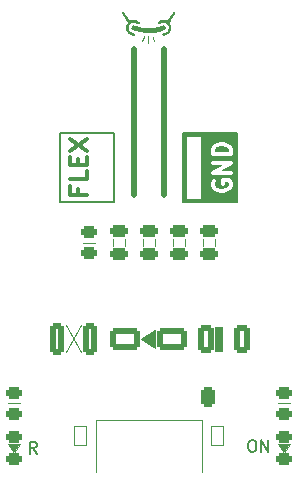
<source format=gbr>
%TF.GenerationSoftware,KiCad,Pcbnew,7.0.1*%
%TF.CreationDate,2023-05-06T15:32:37-03:00*%
%TF.ProjectId,Analog_Control,416e616c-6f67-45f4-936f-6e74726f6c2e,rev?*%
%TF.SameCoordinates,Original*%
%TF.FileFunction,Legend,Top*%
%TF.FilePolarity,Positive*%
%FSLAX46Y46*%
G04 Gerber Fmt 4.6, Leading zero omitted, Abs format (unit mm)*
G04 Created by KiCad (PCBNEW 7.0.1) date 2023-05-06 15:32:37*
%MOMM*%
%LPD*%
G01*
G04 APERTURE LIST*
G04 Aperture macros list*
%AMRoundRect*
0 Rectangle with rounded corners*
0 $1 Rounding radius*
0 $2 $3 $4 $5 $6 $7 $8 $9 X,Y pos of 4 corners*
0 Add a 4 corners polygon primitive as box body*
4,1,4,$2,$3,$4,$5,$6,$7,$8,$9,$2,$3,0*
0 Add four circle primitives for the rounded corners*
1,1,$1+$1,$2,$3*
1,1,$1+$1,$4,$5*
1,1,$1+$1,$6,$7*
1,1,$1+$1,$8,$9*
0 Add four rect primitives between the rounded corners*
20,1,$1+$1,$2,$3,$4,$5,0*
20,1,$1+$1,$4,$5,$6,$7,0*
20,1,$1+$1,$6,$7,$8,$9,0*
20,1,$1+$1,$8,$9,$2,$3,0*%
G04 Aperture macros list end*
%ADD10C,0.150000*%
%ADD11C,0.300000*%
%ADD12C,0.500000*%
%ADD13C,0.200000*%
%ADD14C,0.120000*%
%ADD15C,0.100000*%
%ADD16O,1.200000X1.750000*%
%ADD17RoundRect,0.300000X-0.300000X-0.575000X0.300000X-0.575000X0.300000X0.575000X-0.300000X0.575000X0*%
%ADD18RoundRect,0.250000X-0.412500X-0.925000X0.412500X-0.925000X0.412500X0.925000X-0.412500X0.925000X0*%
%ADD19RoundRect,0.250000X-1.000000X-0.650000X1.000000X-0.650000X1.000000X0.650000X-1.000000X0.650000X0*%
%ADD20RoundRect,0.243750X0.456250X-0.243750X0.456250X0.243750X-0.456250X0.243750X-0.456250X-0.243750X0*%
%ADD21R,1.270000X5.334000*%
%ADD22RoundRect,0.250000X0.475000X-0.250000X0.475000X0.250000X-0.475000X0.250000X-0.475000X-0.250000X0*%
%ADD23RoundRect,0.250000X0.450000X-0.262500X0.450000X0.262500X-0.450000X0.262500X-0.450000X-0.262500X0*%
%ADD24RoundRect,0.250000X-0.450000X0.262500X-0.450000X-0.262500X0.450000X-0.262500X0.450000X0.262500X0*%
%ADD25C,1.700000*%
%ADD26O,1.700000X1.700000*%
%ADD27R,1.700000X1.700000*%
%ADD28RoundRect,0.250000X0.375000X1.075000X-0.375000X1.075000X-0.375000X-1.075000X0.375000X-1.075000X0*%
%ADD29RoundRect,0.250000X-0.475000X0.250000X-0.475000X-0.250000X0.475000X-0.250000X0.475000X0.250000X0*%
G04 APERTURE END LIST*
D10*
X146151600Y-92354400D02*
X150723600Y-92354400D01*
X150723600Y-98145600D01*
X146151600Y-98145600D01*
X146151600Y-92354400D01*
D11*
X147685414Y-97035714D02*
X147685414Y-97535714D01*
X148471128Y-97535714D02*
X146971128Y-97535714D01*
X146971128Y-97535714D02*
X146971128Y-96821428D01*
X148471128Y-95535714D02*
X148471128Y-96250000D01*
X148471128Y-96250000D02*
X146971128Y-96250000D01*
X147685414Y-95035714D02*
X147685414Y-94535714D01*
X148471128Y-94321428D02*
X148471128Y-95035714D01*
X148471128Y-95035714D02*
X146971128Y-95035714D01*
X146971128Y-95035714D02*
X146971128Y-94321428D01*
X146971128Y-93821428D02*
X148471128Y-92821428D01*
X146971128Y-92821428D02*
X148471128Y-93821428D01*
D10*
X156616400Y-92354400D02*
X161188400Y-92354400D01*
X161188400Y-98145600D01*
X156616400Y-98145600D01*
X156616400Y-92354400D01*
G36*
X156616400Y-92354400D02*
G01*
X161188400Y-92354400D01*
X161188400Y-98145600D01*
X156616400Y-98145600D01*
X156616400Y-92354400D01*
G37*
D12*
X154940000Y-85217000D02*
X154940000Y-97536000D01*
X152400000Y-97536000D02*
X152400000Y-85217000D01*
D13*
X162353571Y-118334619D02*
X162544047Y-118334619D01*
X162544047Y-118334619D02*
X162639285Y-118382238D01*
X162639285Y-118382238D02*
X162734523Y-118477476D01*
X162734523Y-118477476D02*
X162782142Y-118667952D01*
X162782142Y-118667952D02*
X162782142Y-119001285D01*
X162782142Y-119001285D02*
X162734523Y-119191761D01*
X162734523Y-119191761D02*
X162639285Y-119287000D01*
X162639285Y-119287000D02*
X162544047Y-119334619D01*
X162544047Y-119334619D02*
X162353571Y-119334619D01*
X162353571Y-119334619D02*
X162258333Y-119287000D01*
X162258333Y-119287000D02*
X162163095Y-119191761D01*
X162163095Y-119191761D02*
X162115476Y-119001285D01*
X162115476Y-119001285D02*
X162115476Y-118667952D01*
X162115476Y-118667952D02*
X162163095Y-118477476D01*
X162163095Y-118477476D02*
X162258333Y-118382238D01*
X162258333Y-118382238D02*
X162353571Y-118334619D01*
X163210714Y-119334619D02*
X163210714Y-118334619D01*
X163210714Y-118334619D02*
X163782142Y-119334619D01*
X163782142Y-119334619D02*
X163782142Y-118334619D01*
X144192523Y-119461619D02*
X143859190Y-118985428D01*
X143621095Y-119461619D02*
X143621095Y-118461619D01*
X143621095Y-118461619D02*
X144002047Y-118461619D01*
X144002047Y-118461619D02*
X144097285Y-118509238D01*
X144097285Y-118509238D02*
X144144904Y-118556857D01*
X144144904Y-118556857D02*
X144192523Y-118652095D01*
X144192523Y-118652095D02*
X144192523Y-118794952D01*
X144192523Y-118794952D02*
X144144904Y-118890190D01*
X144144904Y-118890190D02*
X144097285Y-118937809D01*
X144097285Y-118937809D02*
X144002047Y-118985428D01*
X144002047Y-118985428D02*
X143621095Y-118985428D01*
D14*
%TO.C,J1*%
X147370000Y-117144000D02*
X147370000Y-118744000D01*
X147370000Y-118744000D02*
X148370000Y-118744000D01*
X148370000Y-117144000D02*
X147370000Y-117144000D01*
X148370000Y-118744000D02*
X148370000Y-117144000D01*
X149170000Y-116644000D02*
X158170000Y-116644000D01*
X149170000Y-121004000D02*
X149170000Y-116644000D01*
X158170000Y-116644000D02*
X158170000Y-121004000D01*
X158970000Y-117144000D02*
X159970000Y-117144000D01*
X158970000Y-118744000D02*
X158970000Y-117144000D01*
X159970000Y-117144000D02*
X159970000Y-118744000D01*
X159970000Y-118744000D02*
X158970000Y-118744000D01*
D15*
%TO.C,C1*%
X159258000Y-108712000D02*
X159893000Y-108712000D01*
X159893000Y-108712000D02*
X159893000Y-110744000D01*
X159893000Y-110744000D02*
X159258000Y-110744000D01*
X159258000Y-110744000D02*
X159258000Y-108712000D01*
G36*
X159258000Y-108712000D02*
G01*
X159893000Y-108712000D01*
X159893000Y-110744000D01*
X159258000Y-110744000D01*
X159258000Y-108712000D01*
G37*
%TO.C,D2*%
X154178000Y-110490000D02*
X153035000Y-109728000D01*
X154178000Y-108966000D01*
X154178000Y-110490000D01*
G36*
X154178000Y-110490000D02*
G01*
X153035000Y-109728000D01*
X154178000Y-108966000D01*
X154178000Y-110490000D01*
G37*
%TO.C,D3*%
X142240000Y-119403500D02*
X141732000Y-118641500D01*
X142748000Y-118641500D01*
X142240000Y-119403500D01*
G36*
X142240000Y-119403500D02*
G01*
X141732000Y-118641500D01*
X142748000Y-118641500D01*
X142240000Y-119403500D01*
G37*
D14*
%TO.C,C3*%
X153162000Y-101861252D02*
X153162000Y-101338748D01*
X154178000Y-101861252D02*
X154178000Y-101338748D01*
D15*
%TO.C,R3*%
X141732000Y-115212500D02*
X142748000Y-115212500D01*
%TO.C,R2*%
X165608000Y-115212500D02*
X164592000Y-115212500D01*
%TO.C,D1*%
X165100000Y-119403500D02*
X164592000Y-118641500D01*
X165608000Y-118641500D01*
X165100000Y-119403500D01*
G36*
X165100000Y-119403500D02*
G01*
X164592000Y-118641500D01*
X165608000Y-118641500D01*
X165100000Y-119403500D01*
G37*
%TO.C,F1*%
X147955000Y-110871000D02*
X146685000Y-108585000D01*
X147955000Y-108585000D02*
X146685000Y-110871000D01*
D14*
%TO.C,C2*%
X150622000Y-101861252D02*
X150622000Y-101338748D01*
X151638000Y-101861252D02*
X151638000Y-101338748D01*
D15*
%TO.C,R1*%
X148082000Y-101600000D02*
X149098000Y-101600000D01*
%TO.C,G\u002A\u002A\u002A*%
G36*
X154055480Y-84151919D02*
G01*
X154088140Y-84188616D01*
X154129891Y-84261836D01*
X154160420Y-84324063D01*
X154200924Y-84416670D01*
X154229512Y-84496313D01*
X154241410Y-84549179D01*
X154241075Y-84557439D01*
X154221003Y-84598891D01*
X154187480Y-84594926D01*
X154143100Y-84547536D01*
X154090453Y-84458713D01*
X154076701Y-84431090D01*
X154022562Y-84311606D01*
X153994442Y-84228652D01*
X153991362Y-84176613D01*
X154012346Y-84149875D01*
X154026933Y-84145073D01*
X154055480Y-84151919D01*
G37*
G36*
X153357471Y-84165166D02*
G01*
X153354712Y-84197740D01*
X153334693Y-84261779D01*
X153302927Y-84344182D01*
X153264930Y-84431848D01*
X153226217Y-84511674D01*
X153192302Y-84570560D01*
X153179983Y-84586838D01*
X153139014Y-84607332D01*
X153105338Y-84586565D01*
X153094434Y-84544157D01*
X153104822Y-84502114D01*
X153132343Y-84429528D01*
X153171535Y-84340512D01*
X153181043Y-84320413D01*
X153239627Y-84212231D01*
X153288875Y-84152327D01*
X153329613Y-84139971D01*
X153357471Y-84165166D01*
G37*
G36*
X153690456Y-84141863D02*
G01*
X153704399Y-84153566D01*
X153712835Y-84182574D01*
X153716769Y-84236661D01*
X153717206Y-84323603D01*
X153715152Y-84451173D01*
X153714500Y-84483779D01*
X153710837Y-84624075D01*
X153705875Y-84721461D01*
X153698691Y-84783072D01*
X153688362Y-84816046D01*
X153673966Y-84827519D01*
X153670000Y-84827867D01*
X153654543Y-84820313D01*
X153643364Y-84792892D01*
X153635541Y-84738468D01*
X153630152Y-84649904D01*
X153626273Y-84520063D01*
X153625501Y-84483779D01*
X153623053Y-84346710D01*
X153622885Y-84251899D01*
X153626002Y-84191571D01*
X153633411Y-84157952D01*
X153646117Y-84143267D01*
X153665125Y-84139741D01*
X153670000Y-84139690D01*
X153690456Y-84141863D01*
G37*
G36*
X154984754Y-83205583D02*
G01*
X155024932Y-83226702D01*
X155091450Y-83287520D01*
X155126882Y-83370937D01*
X155124860Y-83458673D01*
X155114994Y-83485237D01*
X155060567Y-83549427D01*
X154961740Y-83613955D01*
X154824100Y-83676609D01*
X154653231Y-83735181D01*
X154454719Y-83787460D01*
X154245567Y-83829290D01*
X154047991Y-83852524D01*
X153818373Y-83862074D01*
X153572639Y-83858527D01*
X153326718Y-83842470D01*
X153096538Y-83814492D01*
X152919262Y-83780384D01*
X152720140Y-83729432D01*
X152548780Y-83678366D01*
X152411902Y-83629415D01*
X152316229Y-83584809D01*
X152300124Y-83574983D01*
X152235822Y-83507033D01*
X152210372Y-83422577D01*
X152222899Y-83335550D01*
X152272528Y-83259892D01*
X152322110Y-83224512D01*
X152357083Y-83209028D01*
X152392897Y-83202962D01*
X152440134Y-83207820D01*
X152509376Y-83225109D01*
X152611208Y-83256332D01*
X152663486Y-83273077D01*
X152920276Y-83347445D01*
X153160293Y-83397617D01*
X153401302Y-83425991D01*
X153661069Y-83434963D01*
X153840099Y-83431808D01*
X154059632Y-83420520D01*
X154244299Y-83400874D01*
X154408984Y-83369977D01*
X154568571Y-83324938D01*
X154737943Y-83262864D01*
X154764331Y-83252223D01*
X154853636Y-83216360D01*
X154910653Y-83197562D01*
X154949614Y-83194434D01*
X154984754Y-83205583D01*
G37*
G36*
X151583418Y-82053100D02*
G01*
X151604874Y-82077317D01*
X151647228Y-82137456D01*
X151705797Y-82226424D01*
X151775897Y-82337126D01*
X151844211Y-82448214D01*
X152077006Y-82831799D01*
X152188773Y-82782359D01*
X152319257Y-82747186D01*
X152465324Y-82744081D01*
X152613166Y-82769950D01*
X152748976Y-82821700D01*
X152858948Y-82896238D01*
X152900461Y-82941794D01*
X152932315Y-82997611D01*
X152929179Y-83043464D01*
X152922510Y-83057562D01*
X152875338Y-83112679D01*
X152814341Y-83122470D01*
X152735175Y-83087380D01*
X152721430Y-83078249D01*
X152583811Y-83000160D01*
X152457605Y-82966511D01*
X152333593Y-82976142D01*
X152226119Y-83015985D01*
X152112950Y-83096972D01*
X152035665Y-83210542D01*
X151997212Y-83351594D01*
X151993350Y-83418730D01*
X152015105Y-83564575D01*
X152078301Y-83683967D01*
X152179839Y-83773276D01*
X152316619Y-83828871D01*
X152349692Y-83835953D01*
X152455318Y-83866702D01*
X152522067Y-83909941D01*
X152547011Y-83960915D01*
X152527222Y-84014872D01*
X152483400Y-84053049D01*
X152405554Y-84076740D01*
X152303805Y-84069285D01*
X152189742Y-84034824D01*
X152074957Y-83977499D01*
X151971039Y-83901448D01*
X151922226Y-83852582D01*
X151829729Y-83722026D01*
X151777066Y-83580612D01*
X151758597Y-83413954D01*
X151762311Y-83302013D01*
X151782399Y-83210802D01*
X151824238Y-83113659D01*
X151892861Y-82976045D01*
X151655322Y-82583713D01*
X151579324Y-82455499D01*
X151513395Y-82339131D01*
X151461719Y-82242418D01*
X151428481Y-82173170D01*
X151417784Y-82140406D01*
X151439208Y-82084633D01*
X151492209Y-82050186D01*
X151559876Y-82045977D01*
X151583418Y-82053100D01*
G37*
G36*
X155874224Y-82053405D02*
G01*
X155892188Y-82067651D01*
X155911548Y-82094863D01*
X155917317Y-82129737D01*
X155907107Y-82178204D01*
X155878531Y-82246197D01*
X155829198Y-82339647D01*
X155756720Y-82464486D01*
X155683463Y-82586023D01*
X155444708Y-82978602D01*
X155510709Y-83096689D01*
X155574619Y-83257647D01*
X155592985Y-83421555D01*
X155569345Y-83581568D01*
X155507237Y-83730842D01*
X155410197Y-83862533D01*
X155281765Y-83969796D01*
X155125476Y-84045786D01*
X155004444Y-84076210D01*
X154930062Y-84082928D01*
X154881172Y-84068752D01*
X154848040Y-84041473D01*
X154810471Y-83996113D01*
X154796109Y-83964518D01*
X154817687Y-83917444D01*
X154870581Y-83873139D01*
X154937033Y-83844199D01*
X154972524Y-83839395D01*
X155085684Y-83816080D01*
X155189114Y-83752896D01*
X155275125Y-83659979D01*
X155336029Y-83547467D01*
X155364140Y-83425497D01*
X155358403Y-83330552D01*
X155308834Y-83201195D01*
X155223479Y-83093364D01*
X155112303Y-83014615D01*
X154985265Y-82972506D01*
X154882862Y-82969810D01*
X154787864Y-82994055D01*
X154683354Y-83041316D01*
X154648309Y-83062124D01*
X154572880Y-83106932D01*
X154523005Y-83124977D01*
X154484849Y-83120370D01*
X154472257Y-83114466D01*
X154429005Y-83064582D01*
X154420739Y-83013903D01*
X154430603Y-82960920D01*
X154467111Y-82914182D01*
X154527094Y-82868605D01*
X154697218Y-82779328D01*
X154871457Y-82739291D01*
X155047738Y-82748804D01*
X155145972Y-82775678D01*
X155213900Y-82795835D01*
X155261467Y-82803011D01*
X155271057Y-82801194D01*
X155289860Y-82776706D01*
X155329417Y-82716709D01*
X155384943Y-82628739D01*
X155451655Y-82520329D01*
X155497373Y-82444763D01*
X155570362Y-82325326D01*
X155637085Y-82219802D01*
X155692229Y-82136317D01*
X155730483Y-82082998D01*
X155743074Y-82068902D01*
X155809973Y-82039613D01*
X155874224Y-82053405D01*
G37*
D14*
%TO.C,C5*%
X159258000Y-101338748D02*
X159258000Y-101861252D01*
X158242000Y-101338748D02*
X158242000Y-101861252D01*
%TO.C,C4*%
X155702000Y-101861252D02*
X155702000Y-101338748D01*
X156718000Y-101861252D02*
X156718000Y-101338748D01*
%TD*%
%LPC*%
D11*
X159183757Y-96392856D02*
X159112328Y-96535714D01*
X159112328Y-96535714D02*
X159112328Y-96749999D01*
X159112328Y-96749999D02*
X159183757Y-96964285D01*
X159183757Y-96964285D02*
X159326614Y-97107142D01*
X159326614Y-97107142D02*
X159469471Y-97178571D01*
X159469471Y-97178571D02*
X159755185Y-97249999D01*
X159755185Y-97249999D02*
X159969471Y-97249999D01*
X159969471Y-97249999D02*
X160255185Y-97178571D01*
X160255185Y-97178571D02*
X160398042Y-97107142D01*
X160398042Y-97107142D02*
X160540900Y-96964285D01*
X160540900Y-96964285D02*
X160612328Y-96749999D01*
X160612328Y-96749999D02*
X160612328Y-96607142D01*
X160612328Y-96607142D02*
X160540900Y-96392856D01*
X160540900Y-96392856D02*
X160469471Y-96321428D01*
X160469471Y-96321428D02*
X159969471Y-96321428D01*
X159969471Y-96321428D02*
X159969471Y-96607142D01*
X160612328Y-95678571D02*
X159112328Y-95678571D01*
X159112328Y-95678571D02*
X160612328Y-94821428D01*
X160612328Y-94821428D02*
X159112328Y-94821428D01*
X160612328Y-94107142D02*
X159112328Y-94107142D01*
X159112328Y-94107142D02*
X159112328Y-93749999D01*
X159112328Y-93749999D02*
X159183757Y-93535713D01*
X159183757Y-93535713D02*
X159326614Y-93392856D01*
X159326614Y-93392856D02*
X159469471Y-93321427D01*
X159469471Y-93321427D02*
X159755185Y-93249999D01*
X159755185Y-93249999D02*
X159969471Y-93249999D01*
X159969471Y-93249999D02*
X160255185Y-93321427D01*
X160255185Y-93321427D02*
X160398042Y-93392856D01*
X160398042Y-93392856D02*
X160540900Y-93535713D01*
X160540900Y-93535713D02*
X160612328Y-93749999D01*
X160612328Y-93749999D02*
X160612328Y-94107142D01*
D16*
%TO.C,J1*%
X148670000Y-114644000D03*
X150670000Y-114644000D03*
X152670000Y-114644000D03*
X154670000Y-114644000D03*
X156670000Y-114644000D03*
D17*
X158670000Y-114644000D03*
%TD*%
D18*
%TO.C,C1*%
X158482500Y-109728000D03*
X161557500Y-109728000D03*
%TD*%
D19*
%TO.C,D2*%
X151670000Y-109728000D03*
X155670000Y-109728000D03*
%TD*%
D20*
%TO.C,D3*%
X142240000Y-119960000D03*
X142240000Y-118085000D03*
%TD*%
D21*
%TO.C,J3*%
X149860000Y-95250000D03*
X157480000Y-95250000D03*
%TD*%
D22*
%TO.C,C3*%
X153670000Y-102550000D03*
X153670000Y-100650000D03*
%TD*%
D23*
%TO.C,R3*%
X142240000Y-116125000D03*
X142240000Y-114300000D03*
%TD*%
D24*
%TO.C,R2*%
X165100000Y-114300000D03*
X165100000Y-116125000D03*
%TD*%
D25*
%TO.C,J2*%
X163830000Y-105410000D03*
D26*
X161290000Y-105410000D03*
X158750000Y-105410000D03*
X156210000Y-105410000D03*
X153670000Y-105410000D03*
X151130000Y-105410000D03*
X148590000Y-105410000D03*
D27*
X146050000Y-105410000D03*
D26*
X143510000Y-105410000D03*
%TD*%
D20*
%TO.C,D1*%
X165100000Y-119960000D03*
X165100000Y-118085000D03*
%TD*%
D28*
%TO.C,F1*%
X148720000Y-109728000D03*
X145920000Y-109728000D03*
%TD*%
D22*
%TO.C,C2*%
X151130000Y-102550000D03*
X151130000Y-100650000D03*
%TD*%
D23*
%TO.C,R1*%
X148590000Y-102512500D03*
X148590000Y-100687500D03*
%TD*%
D29*
%TO.C,C5*%
X158750000Y-100650000D03*
X158750000Y-102550000D03*
%TD*%
D22*
%TO.C,C4*%
X156210000Y-102550000D03*
X156210000Y-100650000D03*
%TD*%
M02*

</source>
